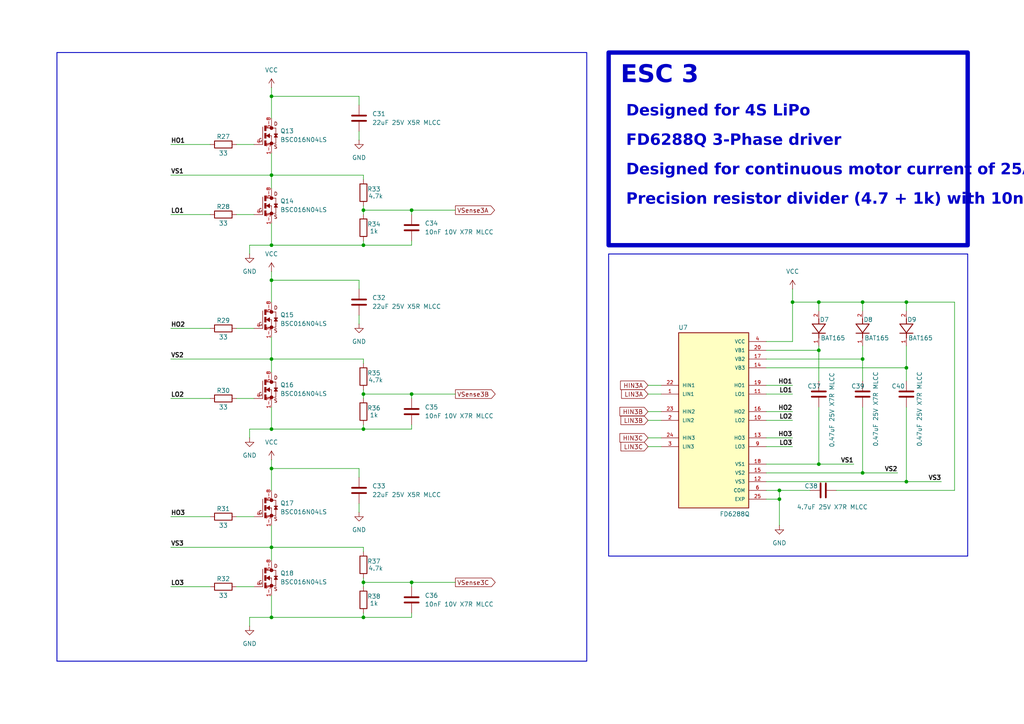
<source format=kicad_sch>
(kicad_sch (version 20250114) (generator "eeschema") (generator_version "9.0")
  (paper "A4")
  (lib_symbols
    (symbol "Device:C" (pin_numbers (hide yes)) (pin_names (offset 0.254))
      (property "Reference" "C" (at 0.635 2.54 0))
      (property "Value" "C" (at 0.635 -2.54 0))
      (symbol "C_0_1"
        (polyline (pts (xy -2.032 0.762) (xy 2.032 0.762)) (stroke (width 0.508)))
        (polyline (pts (xy -2.032 -0.762) (xy 2.032 -0.762)) (stroke (width 0.508)))
      )
      (symbol "C_1_1"
        (pin passive line (at 0 3.81 270) (length 2.794) (name "~") (number "1"))
        (pin passive line (at 0 -3.81 90) (length 2.794) (name "~") (number "2"))
      )
    )
    (symbol "Device:R" (pin_numbers (hide yes)) (pin_names (offset 0))
      (property "Reference" "R" (at 2.032 0 90))
      (property "Value" "R" (at 0 0 90))
      (symbol "R_0_1"
        (rectangle (start -1.016 -2.54) (end 1.016 2.54) (stroke (width 0.254)))
      )
      (symbol "R_1_1"
        (pin passive line (at 0 3.81 270) (length 1.27) (name "~") (number "1"))
        (pin passive line (at 0 -3.81 90) (length 1.27) (name "~") (number "2"))
      )
    )
    (symbol "Drone_components:BAT165" (pin_names (offset 1.016))
      (property "Reference" "D" (at -2.032 2.54 0))
      (property "Value" "BAT165" (at -2.544 -5.0881 0))
      (symbol "BAT165_0_0"
        (polyline (pts (xy -1.397 0) (xy -2.794 0)) (stroke (width 0.254)))
        (polyline (pts (xy -1.397 -1.905) (xy -1.397 1.905)) (stroke (width 0.254)))
        (polyline (pts (xy -1.27 0) (xy 1.27 -1.905)) (stroke (width 0.254)))
        (polyline (pts (xy 1.27 1.905) (xy -1.27 0)) (stroke (width 0.254)))
        (polyline (pts (xy 1.27 -1.905) (xy 1.27 1.905)) (stroke (width 0.254)))
        (polyline (pts (xy 1.397 0) (xy 2.794 0)) (stroke (width 0.254)))
        (pin passive line (at -5.08 0 0) (length 2.54) (name "~") (number "1"))
        (pin passive line (at 5.08 0 180) (length 2.54) (name "~") (number "2"))
      )
    )
    (symbol "Drone_components:BSC016N04LS" (pin_names (offset 1.016))
      (property "Reference" "Q" (at 2.54 0 0))
      (property "Value" "BSC016N04LS" (at 2.54 -2.54 0))
      (symbol "BSC016N04LS_0_0"
        (polyline (pts (xy -2.54 -2.54) (xy -2.54 2.54)) (stroke (width 0.1524)))
        (rectangle (start -2.032 1.397) (end -1.524 2.921) (stroke (width 0.1)) (fill (type outline)))
        (rectangle (start -2.032 -0.762) (end -1.524 0.762) (stroke (width 0.1)) (fill (type outline)))
        (rectangle (start -2.032 -2.921) (end -1.524 -1.397) (stroke (width 0.1)) (fill (type outline)))
        (polyline (pts (xy -1.5875 2.2225) (xy 0 2.2225)) (stroke (width 0.1524)))
        (polyline (pts (xy -1.5875 -2.2225) (xy 0 -2.2225)) (stroke (width 0.1524)))
        (polyline (pts (xy -1.524 0) (xy -0.508 0.635) (xy -0.508 -0.635) (xy -1.524 0)) (stroke (width 0.1016)) (fill (type outline)))
        (polyline (pts (xy -0.508 0) (xy 0 0)) (stroke (width 0.1524)))
        (polyline (pts (xy 0 2.54) (xy 0 2.2225)) (stroke (width 0.1524)))
        (circle (center 0 2.2225) (radius 0.127) (stroke (width 0.4064)))
        (polyline (pts (xy 0 2.2225) (xy 1.27 2.2225)) (stroke (width 0.1524)))
        (polyline (pts (xy 0 0) (xy 0 -2.2225)) (stroke (width 0.1524)))
        (polyline (pts (xy 0 -2.2225) (xy 0 -2.54)) (stroke (width 0.1524)))
        (circle (center 0 -2.2225) (radius 0.127) (stroke (width 0.4064)))
        (rectangle (start 0.762 0.3175) (end 1.778 0.5715) (stroke (width 0.1)) (fill (type outline)))
        (polyline (pts (xy 1.27 2.2225) (xy 1.27 -2.2225)) (stroke (width 0.1524)))
        (polyline (pts (xy 1.27 0.3175) (xy 0.762 -0.4445) (xy 1.778 -0.4445) (xy 1.27 0.3175)) (stroke (width 0.1524)) (fill (type outline)))
        (polyline (pts (xy 1.27 -2.2225) (xy 0 -2.2225)) (stroke (width 0.1524)))
        (text "G" (at -3.81 -1.905 0) (effects (font (size 1.016 1.016)) (justify left bottom)))
        (text "D" (at 0.635 2.8575 0) (effects (font (size 1.016 1.016)) (justify left bottom)))
        (text "S" (at 0.635 -3.81 0) (effects (font (size 1.016 1.016)) (justify left bottom)))
        (pin passive line (at -5.08 -2.54 0) (length 2.54) (name "~") (number "4"))
        (pin passive line (at 0 5.08 270) (length 2.54) (name "~") (number "5-8"))
        (pin passive line (at 0 -5.08 90) (length 2.54) (name "~") (number "1-3"))
      )
    )
    (symbol "Drone_components:FD6288Q" (pin_names (offset 1.016))
      (property "Reference" "U" (at -10.16 26.035 0))
      (property "Value" "FD6288Q" (at -10.16 -27.94 0))
      (symbol "FD6288Q_0_0"
        (rectangle (start -10.16 -25.4) (end 10.16 25.4) (stroke (width 0.254)) (fill (type background)))
        (pin input line (at -15.24 10.16 0) (length 5.08) (name "HIN1") (number "22"))
        (pin input line (at -15.24 7.62 0) (length 5.08) (name "LIN1") (number "1"))
        (pin input line (at -15.24 2.54 0) (length 5.08) (name "HIN2") (number "23"))
        (pin input line (at -15.24 0 0) (length 5.08) (name "LIN2") (number "2"))
        (pin input line (at -15.24 -5.08 0) (length 5.08) (name "HIN3") (number "24"))
        (pin input line (at -15.24 -7.62 0) (length 5.08) (name "LIN3") (number "3"))
        (pin power_in line (at 15.24 22.86 180) (length 5.08) (name "VCC") (number "4"))
        (pin power_in line (at 15.24 20.32 180) (length 5.08) (name "VB1") (number "20"))
        (pin power_in line (at 15.24 17.78 180) (length 5.08) (name "VB2") (number "17"))
        (pin power_in line (at 15.24 15.24 180) (length 5.08) (name "VB3") (number "14"))
        (pin output line (at 15.24 10.16 180) (length 5.08) (name "HO1") (number "19"))
        (pin output line (at 15.24 7.62 180) (length 5.08) (name "LO1") (number "11"))
        (pin output line (at 15.24 2.54 180) (length 5.08) (name "HO2") (number "16"))
        (pin output line (at 15.24 0 180) (length 5.08) (name "LO2") (number "10"))
        (pin output line (at 15.24 -5.08 180) (length 5.08) (name "HO3") (number "13"))
        (pin output line (at 15.24 -7.62 180) (length 5.08) (name "LO3") (number "9"))
        (pin power_in line (at 15.24 -12.7 180) (length 5.08) (name "VS1") (number "18"))
        (pin power_in line (at 15.24 -15.24 180) (length 5.08) (name "VS2") (number "15"))
        (pin power_in line (at 15.24 -17.78 180) (length 5.08) (name "VS3") (number "12"))
        (pin power_in line (at 15.24 -20.32 180) (length 5.08) (name "COM") (number "6"))
        (pin power_in line (at 15.24 -22.86 180) (length 5.08) (name "EXP") (number "25"))
      )
    )
    (symbol "power:GND" (power) (pin_numbers (hide yes)) (pin_names (offset 0) (hide yes))
      (property "Value" "GND" (at 0 -3.81 0))
      (symbol "GND_0_1"
        (polyline (pts (xy 0 0) (xy 0 -1.27) (xy 1.27 -1.27) (xy 0 -2.54) (xy -1.27 -1.27) (xy 0 -1.27)))
      )
      (symbol "GND_1_1"
        (pin power_in line (at 0 0 270) (length 0) (name "~") (number "1"))
      )
    )
    (symbol "power:VCC" (power) (pin_numbers (hide yes)) (pin_names (offset 0) (hide yes))
      (property "Value" "VCC" (at 0 3.556 0))
      (symbol "VCC_0_1"
        (polyline (pts (xy -0.762 1.27) (xy 0 2.54)))
        (polyline (pts (xy 0 2.54) (xy 0.762 1.27)))
        (polyline (pts (xy 0 0) (xy 0 2.54)))
      )
      (symbol "VCC_1_1"
        (pin power_in line (at 0 0 90) (length 0) (name "~") (number "1"))
      )
    )
  )
  (rectangle (start 176.53 73.66) (end 280.67 161.29) (stroke (width 0.254)))
  (rectangle (start 176.53 15.24) (end 280.67 71.12) (stroke (width 1.27)))
  (rectangle (start 16.51 15.24) (end 170.18 191.77) (stroke (width 0.254)))
  (text_box "ESC 3\n_{ Designed for 4S LiPo}\n_{ FD6288Q 3-Phase driver}\n_{ Designed for continuous motor current of 25A ( 30A max )}\n_{ Precision resistor divider (4.7 + 1k) with 10nF filter}" (at 179.07 17.78 0) (size 95.25 48.26) (margins 0.9525 0.9525 0.9525 0.9525) (stroke (width -0.0001)) (effects (font (size 5.08 5.08) (bold yes)) (justify left top)))
  (junction (at 78.74 50.8))
  (junction (at 237.49 134.62))
  (junction (at 262.89 106.68))
  (junction (at 78.74 124.46))
  (junction (at 105.41 168.91))
  (junction (at 229.87 87.63))
  (junction (at 78.74 135.89))
  (junction (at 262.89 139.7))
  (junction (at 250.19 87.63))
  (junction (at 78.74 27.94))
  (junction (at 78.74 71.12))
  (junction (at 78.74 81.28))
  (junction (at 105.41 179.07))
  (junction (at 226.06 144.78))
  (junction (at 250.19 104.14))
  (junction (at 262.89 87.63))
  (junction (at 78.74 158.75))
  (junction (at 105.41 60.96))
  (junction (at 78.74 179.07))
  (junction (at 105.41 71.12))
  (junction (at 226.06 142.24))
  (junction (at 237.49 87.63))
  (junction (at 237.49 101.6))
  (junction (at 119.38 114.3))
  (junction (at 119.38 168.91))
  (junction (at 105.41 114.3))
  (junction (at 119.38 60.96))
  (junction (at 105.41 124.46))
  (junction (at 78.74 104.14))
  (junction (at 250.19 137.16))
  (wire (pts (xy 119.38 124.46) (xy 105.41 124.46)))
  (wire (pts (xy 187.96 127) (xy 191.77 127)))
  (wire (pts (xy 250.19 118.11) (xy 250.19 137.16)))
  (wire (pts (xy 78.74 50.8) (xy 105.41 50.8)))
  (wire (pts (xy 187.96 129.54) (xy 191.77 129.54)))
  (wire (pts (xy 119.38 177.8) (xy 119.38 179.07)))
  (wire (pts (xy 119.38 71.12) (xy 105.41 71.12)))
  (wire (pts (xy 250.19 137.16) (xy 260.35 137.16)))
  (wire (pts (xy 276.86 87.63) (xy 276.86 142.24)))
  (wire (pts (xy 72.39 71.12) (xy 78.74 71.12)))
  (wire (pts (xy 119.38 69.85) (xy 119.38 71.12)))
  (wire (pts (xy 119.38 168.91) (xy 132.08 168.91)))
  (wire (pts (xy 68.58 149.86) (xy 73.66 149.86)))
  (wire (pts (xy 49.53 95.25) (xy 60.96 95.25)))
  (wire (pts (xy 105.41 123.19) (xy 105.41 124.46)))
  (wire (pts (xy 237.49 134.62) (xy 237.49 118.11)))
  (wire (pts (xy 250.19 104.14) (xy 250.19 110.49)))
  (wire (pts (xy 78.74 133.35) (xy 78.74 135.89)))
  (wire (pts (xy 119.38 179.07) (xy 105.41 179.07)))
  (wire (pts (xy 262.89 118.11) (xy 262.89 139.7)))
  (wire (pts (xy 119.38 114.3) (xy 132.08 114.3)))
  (wire (pts (xy 72.39 124.46) (xy 78.74 124.46)))
  (wire (pts (xy 222.25 134.62) (xy 237.49 134.62)))
  (wire (pts (xy 222.25 99.06) (xy 229.87 99.06)))
  (wire (pts (xy 78.74 104.14) (xy 105.41 104.14)))
  (wire (pts (xy 229.87 87.63) (xy 229.87 99.06)))
  (wire (pts (xy 78.74 158.75) (xy 78.74 152.4)))
  (wire (pts (xy 187.96 121.92) (xy 191.77 121.92)))
  (wire (pts (xy 104.14 91.44) (xy 104.14 93.98)))
  (wire (pts (xy 250.19 137.16) (xy 222.25 137.16)))
  (wire (pts (xy 222.25 104.14) (xy 250.19 104.14)))
  (wire (pts (xy 78.74 104.14) (xy 78.74 97.79)))
  (wire (pts (xy 49.53 158.75) (xy 78.74 158.75)))
  (wire (pts (xy 104.14 138.43) (xy 104.14 135.89)))
  (wire (pts (xy 262.89 106.68) (xy 262.89 110.49)))
  (wire (pts (xy 78.74 135.89) (xy 104.14 135.89)))
  (wire (pts (xy 237.49 100.33) (xy 237.49 101.6)))
  (wire (pts (xy 78.74 50.8) (xy 78.74 54.61)))
  (wire (pts (xy 105.41 114.3) (xy 119.38 114.3)))
  (wire (pts (xy 226.06 142.24) (xy 226.06 144.78)))
  (wire (pts (xy 119.38 60.96) (xy 132.08 60.96)))
  (wire (pts (xy 262.89 90.17) (xy 262.89 87.63)))
  (wire (pts (xy 105.41 69.85) (xy 105.41 71.12)))
  (wire (pts (xy 222.25 121.92) (xy 229.87 121.92)))
  (wire (pts (xy 105.41 60.96) (xy 105.41 62.23)))
  (wire (pts (xy 49.53 41.91) (xy 60.96 41.91)))
  (wire (pts (xy 222.25 129.54) (xy 229.87 129.54)))
  (wire (pts (xy 276.86 142.24) (xy 242.57 142.24)))
  (wire (pts (xy 119.38 62.23) (xy 119.38 60.96)))
  (wire (pts (xy 78.74 124.46) (xy 78.74 118.11)))
  (wire (pts (xy 262.89 87.63) (xy 250.19 87.63)))
  (wire (pts (xy 187.96 119.38) (xy 191.77 119.38)))
  (wire (pts (xy 49.53 115.57) (xy 60.96 115.57)))
  (wire (pts (xy 104.14 30.48) (xy 104.14 27.94)))
  (wire (pts (xy 105.41 168.91) (xy 105.41 170.18)))
  (wire (pts (xy 119.38 170.18) (xy 119.38 168.91)))
  (wire (pts (xy 68.58 62.23) (xy 73.66 62.23)))
  (wire (pts (xy 105.41 113.03) (xy 105.41 114.3)))
  (wire (pts (xy 250.19 87.63) (xy 237.49 87.63)))
  (wire (pts (xy 237.49 90.17) (xy 237.49 87.63)))
  (wire (pts (xy 78.74 81.28) (xy 104.14 81.28)))
  (wire (pts (xy 49.53 62.23) (xy 60.96 62.23)))
  (wire (pts (xy 226.06 144.78) (xy 222.25 144.78)))
  (wire (pts (xy 262.89 139.7) (xy 273.05 139.7)))
  (wire (pts (xy 237.49 101.6) (xy 237.49 110.49)))
  (wire (pts (xy 105.41 158.75) (xy 105.41 160.02)))
  (wire (pts (xy 222.25 119.38) (xy 229.87 119.38)))
  (wire (pts (xy 105.41 60.96) (xy 119.38 60.96)))
  (wire (pts (xy 104.14 83.82) (xy 104.14 81.28)))
  (wire (pts (xy 105.41 168.91) (xy 119.38 168.91)))
  (wire (pts (xy 68.58 170.18) (xy 73.66 170.18)))
  (wire (pts (xy 105.41 71.12) (xy 78.74 71.12)))
  (wire (pts (xy 78.74 27.94) (xy 104.14 27.94)))
  (wire (pts (xy 119.38 115.57) (xy 119.38 114.3)))
  (wire (pts (xy 104.14 146.05) (xy 104.14 148.59)))
  (wire (pts (xy 250.19 104.14) (xy 250.19 100.33)))
  (wire (pts (xy 222.25 106.68) (xy 262.89 106.68)))
  (wire (pts (xy 78.74 104.14) (xy 78.74 107.95)))
  (wire (pts (xy 105.41 104.14) (xy 105.41 105.41)))
  (wire (pts (xy 49.53 104.14) (xy 78.74 104.14)))
  (wire (pts (xy 78.74 81.28) (xy 78.74 87.63)))
  (wire (pts (xy 68.58 95.25) (xy 73.66 95.25)))
  (wire (pts (xy 105.41 114.3) (xy 105.41 115.57)))
  (wire (pts (xy 49.53 149.86) (xy 60.96 149.86)))
  (wire (pts (xy 262.89 106.68) (xy 262.89 100.33)))
  (wire (pts (xy 104.14 38.1) (xy 104.14 40.64)))
  (wire (pts (xy 78.74 158.75) (xy 78.74 162.56)))
  (wire (pts (xy 72.39 179.07) (xy 78.74 179.07)))
  (wire (pts (xy 229.87 83.82) (xy 229.87 87.63)))
  (wire (pts (xy 262.89 87.63) (xy 276.86 87.63)))
  (wire (pts (xy 105.41 59.69) (xy 105.41 60.96)))
  (wire (pts (xy 72.39 181.61) (xy 72.39 179.07)))
  (wire (pts (xy 78.74 44.45) (xy 78.74 50.8)))
  (wire (pts (xy 229.87 87.63) (xy 237.49 87.63)))
  (wire (pts (xy 78.74 179.07) (xy 78.74 172.72)))
  (wire (pts (xy 187.96 111.76) (xy 191.77 111.76)))
  (wire (pts (xy 78.74 71.12) (xy 78.74 64.77)))
  (wire (pts (xy 78.74 135.89) (xy 78.74 142.24)))
  (wire (pts (xy 78.74 25.4) (xy 78.74 27.94)))
  (wire (pts (xy 68.58 115.57) (xy 73.66 115.57)))
  (wire (pts (xy 237.49 134.62) (xy 247.65 134.62)))
  (wire (pts (xy 119.38 123.19) (xy 119.38 124.46)))
  (wire (pts (xy 222.25 114.3) (xy 229.87 114.3)))
  (wire (pts (xy 72.39 127) (xy 72.39 124.46)))
  (wire (pts (xy 78.74 78.74) (xy 78.74 81.28)))
  (wire (pts (xy 105.41 177.8) (xy 105.41 179.07)))
  (wire (pts (xy 234.95 142.24) (xy 226.06 142.24)))
  (wire (pts (xy 222.25 101.6) (xy 237.49 101.6)))
  (wire (pts (xy 105.41 179.07) (xy 78.74 179.07)))
  (wire (pts (xy 105.41 124.46) (xy 78.74 124.46)))
  (wire (pts (xy 262.89 139.7) (xy 222.25 139.7)))
  (wire (pts (xy 226.06 142.24) (xy 222.25 142.24)))
  (wire (pts (xy 105.41 50.8) (xy 105.41 52.07)))
  (wire (pts (xy 78.74 27.94) (xy 78.74 34.29)))
  (wire (pts (xy 68.58 41.91) (xy 73.66 41.91)))
  (wire (pts (xy 72.39 73.66) (xy 72.39 71.12)))
  (wire (pts (xy 49.53 170.18) (xy 60.96 170.18)))
  (wire (pts (xy 78.74 158.75) (xy 105.41 158.75)))
  (wire (pts (xy 222.25 111.76) (xy 229.87 111.76)))
  (wire (pts (xy 187.96 114.3) (xy 191.77 114.3)))
  (wire (pts (xy 49.53 50.8) (xy 78.74 50.8)))
  (wire (pts (xy 222.25 127) (xy 229.87 127)))
  (wire (pts (xy 105.41 167.64) (xy 105.41 168.91)))
  (wire (pts (xy 250.19 90.17) (xy 250.19 87.63)))
  (wire (pts (xy 226.06 152.4) (xy 226.06 144.78)))
  (label "VS3" (at 49.53 158.75 0) (effects (font (thickness 0.254) (bold yes))))
  (label "LO2" (at 229.87 121.92 180) (effects (font (thickness 0.254) (bold yes))))
  (label "HO2" (at 229.87 119.38 180) (effects (font (thickness 0.254) (bold yes))))
  (label "HO3" (at 229.87 127 180) (effects (font (thickness 0.254) (bold yes))))
  (label "VS2" (at 260.35 137.16 180) (effects (font (thickness 0.254) (bold yes))))
  (label "VS1" (at 49.53 50.8 0) (effects (font (thickness 0.254) (bold yes))))
  (label "LO1" (at 49.53 62.23 0) (effects (font (thickness 0.254) (bold yes))))
  (label "HO2" (at 49.53 95.25 0) (effects (font (thickness 0.254) (bold yes))))
  (label "LO1" (at 229.87 114.3 180) (effects (font (thickness 0.254) (bold yes))))
  (label "VS3" (at 273.05 139.7 180) (effects (font (thickness 0.254) (bold yes))))
  (label "HO3" (at 49.53 149.86 0) (effects (font (thickness 0.254) (bold yes))))
  (label "LO3" (at 229.87 129.54 180) (effects (font (thickness 0.254) (bold yes))))
  (label "HO1" (at 229.87 111.76 180) (effects (font (thickness 0.254) (bold yes))))
  (label "HO1" (at 49.53 41.91 0) (effects (font (thickness 0.254) (bold yes))))
  (label "VS1" (at 247.65 134.62 180) (effects (font (thickness 0.254) (bold yes))))
  (label "LO2" (at 49.53 115.57 0) (effects (font (thickness 0.254) (bold yes))))
  (label "VS2" (at 49.53 104.14 0) (effects (font (thickness 0.254) (bold yes))))
  (label "LO3" (at 49.53 170.18 0) (effects (font (thickness 0.254) (bold yes))))
  (global_label "LIN3C" (shape input) (at 187.96 129.54 180) (property "Intersheetrefs" "${INTERSHEET_REFS}" (effects (hide yes))))
  (global_label "LIN3B" (shape input) (at 187.96 121.92 180) (property "Intersheetrefs" "${INTERSHEET_REFS}" (effects (hide yes))))
  (global_label "VSense3C" (shape output) (at 132.08 168.91 0) (property "Intersheetrefs" "${INTERSHEET_REFS}" (effects (hide yes))))
  (global_label "VSense3B" (shape output) (at 132.08 114.3 0) (property "Intersheetrefs" "${INTERSHEET_REFS}" (effects (hide yes))))
  (global_label "HIN3C" (shape input) (at 187.96 127 180) (property "Intersheetrefs" "${INTERSHEET_REFS}" (effects (hide yes))))
  (global_label "VSense3A" (shape output) (at 132.08 60.96 0) (property "Intersheetrefs" "${INTERSHEET_REFS}" (effects (hide yes))))
  (global_label "LIN3A" (shape input) (at 187.96 114.3 180) (property "Intersheetrefs" "${INTERSHEET_REFS}" (effects (hide yes))))
  (global_label "HIN3B" (shape input) (at 187.96 119.38 180) (property "Intersheetrefs" "${INTERSHEET_REFS}" (effects (hide yes))))
  (global_label "HIN3A" (shape input) (at 187.96 111.76 180) (property "Intersheetrefs" "${INTERSHEET_REFS}" (effects (hide yes))))
  (symbol (lib_id "Drone_components:BSC016N04LS") (at 78.74 59.69 0) (unit 1)
    (property "Reference" "Q14" (at 81.28 58.3164 0) (effects (justify left)))
    (property "Value" "BSC016N04LS" (at 81.28 60.8564 0) (effects (justify left)))
    (property "Footprint" "Drone_components:BSC016N04LS" (effects (hide yes)))
    (property "Datasheet" "https://www.lcsc.com/datasheet/C534294.pdf" (effects (hide yes)))
    (property "MF" "Infineon" (effects (hide yes)))
    (property "Description_1" "N-Channel 40 V 31A (Ta), 100A (Tc) 2.5W (Ta), 139W (Tc) Surface Mount PG-TDSON-8-1" (effects (hide yes)))
    (property "Package" "None" (effects (hide yes)))
    (property "Price" "None" (effects (hide yes)))
    (property "SnapEDA_Link" "https://www.snapeda.com/parts/BSC016N04LS/Infineon/view-part/?ref=snap" (effects (hide yes)))
    (property "MP" "BSC016N04LS" (effects (hide yes)))
    (property "Availability" "In Stock" (effects (hide yes)))
    (property "Check_prices" "https://www.snapeda.com/parts/BSC016N04LS/Infineon/view-part/?ref=eda" (effects (hide yes)))
    (property "JLCPCB part" "C534294" (effects (hide yes)))
  )
  (symbol (lib_id "power:GND") (at 104.14 93.98 0) (unit 1)
    (property "Reference" "#PWR049" (effects (hide yes)))
    (property "Value" "GND" (at 104.14 99.06 0))
    (property "Description" "Power symbol creates a global label with name \"GND\" , ground" (effects (hide yes)))
  )
  (symbol (lib_id "Drone_components:BAT165") (at 250.19 95.25 90) (unit 1)
    (property "Reference" "D8" (at 250.444 92.71 90) (effects (justify right)))
    (property "Value" "BAT165" (at 250.698 98.044 90) (effects (justify right)))
    (property "Footprint" "Drone_components:BAT165" (effects (hide yes)))
    (property "Datasheet" "https://www.lcsc.com/datasheet/C151511.pdf" (effects (hide yes)))
    (property "MANUFACTURER" "Fairchild Semiconductor" (effects (hide yes)))
    (property "JLCPCB part" "C151511" (effects (hide yes)))
  )
  (symbol (lib_id "Device:C") (at 250.19 114.3 0) (unit 1)
    (property "Reference" "C39" (at 246.888 112.014 0) (effects (justify left)))
    (property "Value" "0.47uF 25V X7R MLCC" (at 254 129.54 90) (effects (justify left)))
    (property "Footprint" "Capacitor_SMD:C_0603_1608Metric" (effects (hide yes)))
    (property "Datasheet" "https://lcsc.com/datasheet/lcsc_datasheet_2304140030_Samsung-Electro-Mechanics-CL32B226KAJNNNE_C309062.pdf" (effects (hide yes)))
    (property "Description" "Unpolarized capacitor" (effects (hide yes)))
    (property "JLCPCB part" "C1623 " (effects (hide yes)))
  )
  (symbol (lib_id "power:GND") (at 226.06 152.4 0) (unit 1)
    (property "Reference" "#PWR051" (effects (hide yes)))
    (property "Value" "GND" (at 226.06 157.48 0))
    (property "Description" "Power symbol creates a global label with name \"GND\" , ground" (effects (hide yes)))
  )
  (symbol (lib_id "Device:C") (at 262.89 114.3 0) (unit 1)
    (property "Reference" "C40" (at 258.572 112.014 0) (effects (justify left)))
    (property "Value" "0.47uF 25V X7R MLCC" (at 266.7 129.54 90) (effects (justify left)))
    (property "Footprint" "Capacitor_SMD:C_0603_1608Metric" (effects (hide yes)))
    (property "Datasheet" "https://lcsc.com/datasheet/lcsc_datasheet_2304140030_Samsung-Electro-Mechanics-CL32B226KAJNNNE_C309062.pdf" (effects (hide yes)))
    (property "Description" "Unpolarized capacitor" (effects (hide yes)))
    (property "JLCPCB part" "C1623" (effects (hide yes)))
  )
  (symbol (lib_id "Drone_components:BSC016N04LS") (at 78.74 167.64 0) (unit 1)
    (property "Reference" "Q18" (at 81.28 166.2664 0) (effects (justify left)))
    (property "Value" "BSC016N04LS" (at 81.28 168.8064 0) (effects (justify left)))
    (property "Footprint" "Drone_components:BSC016N04LS" (effects (hide yes)))
    (property "Datasheet" "https://www.lcsc.com/datasheet/C534294.pdf" (effects (hide yes)))
    (property "MF" "Infineon" (effects (hide yes)))
    (property "Description_1" "N-Channel 40 V 31A (Ta), 100A (Tc) 2.5W (Ta), 139W (Tc) Surface Mount PG-TDSON-8-1" (effects (hide yes)))
    (property "Package" "None" (effects (hide yes)))
    (property "Price" "None" (effects (hide yes)))
    (property "SnapEDA_Link" "https://www.snapeda.com/parts/BSC016N04LS/Infineon/view-part/?ref=snap" (effects (hide yes)))
    (property "MP" "BSC016N04LS" (effects (hide yes)))
    (property "Availability" "In Stock" (effects (hide yes)))
    (property "Check_prices" "https://www.snapeda.com/parts/BSC016N04LS/Infineon/view-part/?ref=eda" (effects (hide yes)))
    (property "JLCPCB part" "C534294" (effects (hide yes)))
  )
  (symbol (lib_id "Device:R") (at 64.77 149.86 90) (unit 1)
    (property "Reference" "R31" (at 64.77 147.574 90))
    (property "Value" "33" (at 64.77 152.4 90))
    (property "Footprint" "Resistor_SMD:R_0402_1005Metric" (effects (hide yes)))
    (property "Description" "Resistor" (effects (hide yes)))
    (property "JLCPCB part" "C25105" (effects (hide yes)))
  )
  (symbol (lib_id "Device:R") (at 64.77 115.57 90) (unit 1)
    (property "Reference" "R30" (at 64.77 113.284 90))
    (property "Value" "33" (at 64.77 118.11 90))
    (property "Footprint" "Resistor_SMD:R_0402_1005Metric" (effects (hide yes)))
    (property "Description" "Resistor" (effects (hide yes)))
    (property "JLCPCB part" "C25105" (effects (hide yes)))
  )
  (symbol (lib_id "power:VCC") (at 229.87 83.82 0) (unit 1)
    (property "Reference" "#PWR052" (effects (hide yes)))
    (property "Value" "VCC" (at 229.87 78.74 0))
    (property "Description" "Power symbol creates a global label with name \"VCC\"" (effects (hide yes)))
  )
  (symbol (lib_id "Drone_components:FD6288Q") (at 207.01 121.92 0) (unit 1)
    (property "Reference" "U7" (at 198.12 94.996 0))
    (property "Value" "FD6288Q" (at 213.106 149.098 0))
    (property "Footprint" "Drone_components:FD6288Q" (effects (hide yes)))
    (property "MF" "Fortior Tech" (effects (hide yes)))
    (property "Description_1" "MOS Drivers QFN-24" (effects (hide yes)))
    (property "Package" "Package" (effects (hide yes)))
    (property "Price" "None" (effects (hide yes)))
    (property "Check_prices" "https://www.snapeda.com/parts/FD6288Q/Fortior+Tech/view-part/?ref=eda" (effects (hide yes)))
    (property "STANDARD" "IPC-7351B" (effects (hide yes)))
    (property "SnapEDA_Link" "https://www.snapeda.com/parts/FD6288Q/Fortior+Tech/view-part/?ref=snap" (effects (hide yes)))
    (property "MP" "FD6288Q" (effects (hide yes)))
    (property "Availability" "Not in stock" (effects (hide yes)))
    (property "MANUFACTURER" "Fortior Tech" (effects (hide yes)))
    (property "JLCPCB part" "C328453" (effects (hide yes)))
  )
  (symbol (lib_id "Device:C") (at 237.49 114.3 0) (unit 1)
    (property "Reference" "C37" (at 234.188 112.014 0) (effects (justify left)))
    (property "Value" "0.47uF 25V X7R MLCC" (at 241.3 129.794 90) (effects (justify left)))
    (property "Footprint" "Capacitor_SMD:C_0603_1608Metric" (effects (hide yes)))
    (property "Datasheet" "https://lcsc.com/datasheet/lcsc_datasheet_2304140030_Samsung-Electro-Mechanics-CL32B226KAJNNNE_C309062.pdf" (effects (hide yes)))
    (property "Description" "Unpolarized capacitor" (effects (hide yes)))
    (property "JLCPCB part" "C1623 " (effects (hide yes)))
  )
  (symbol (lib_id "Drone_components:BSC016N04LS") (at 78.74 39.37 0) (unit 1)
    (property "Reference" "Q13" (at 81.28 37.9964 0) (effects (justify left)))
    (property "Value" "BSC016N04LS" (at 81.28 40.5364 0) (effects (justify left)))
    (property "Footprint" "Drone_components:BSC016N04LS" (effects (hide yes)))
    (property "Datasheet" "https://www.lcsc.com/datasheet/C534294.pdf" (effects (hide yes)))
    (property "MF" "Infineon" (effects (hide yes)))
    (property "Description_1" "N-Channel 40 V 31A (Ta), 100A (Tc) 2.5W (Ta), 139W (Tc) Surface Mount PG-TDSON-8-1" (effects (hide yes)))
    (property "Package" "None" (effects (hide yes)))
    (property "Price" "None" (effects (hide yes)))
    (property "SnapEDA_Link" "https://www.snapeda.com/parts/BSC016N04LS/Infineon/view-part/?ref=snap" (effects (hide yes)))
    (property "MP" "BSC016N04LS" (effects (hide yes)))
    (property "Availability" "In Stock" (effects (hide yes)))
    (property "Check_prices" "https://www.snapeda.com/parts/BSC016N04LS/Infineon/view-part/?ref=eda" (effects (hide yes)))
    (property "JLCPCB part" "C534294" (effects (hide yes)))
  )
  (symbol (lib_id "Device:C") (at 119.38 173.99 0) (unit 1)
    (property "Reference" "C36" (at 123.19 172.7199 0) (effects (justify left)))
    (property "Value" "10nF 10V X7R MLCC" (at 123.19 175.2599 0) (effects (justify left)))
    (property "Footprint" "Capacitor_SMD:C_0402_1005Metric" (effects (hide yes)))
    (property "Description" "Unpolarized capacitor" (effects (hide yes)))
    (property "JLCPCB part" "C15195" (effects (hide yes)))
  )
  (symbol (lib_id "power:VCC") (at 78.74 133.35 0) (unit 1)
    (property "Reference" "#PWR047" (effects (hide yes)))
    (property "Value" "VCC" (at 78.74 128.27 0))
    (property "Description" "Power symbol creates a global label with name \"VCC\"" (effects (hide yes)))
  )
  (symbol (lib_id "Device:R") (at 105.41 55.88 180) (unit 1)
    (property "Reference" "R33" (at 108.458 54.864 0))
    (property "Value" "4.7k" (at 108.966 56.896 0))
    (property "Footprint" "Resistor_SMD:R_0402_1005Metric" (effects (hide yes)))
    (property "Description" "Resistor" (effects (hide yes)))
    (property "JLCPCB part" "C25900" (effects (hide yes)))
  )
  (symbol (lib_id "Drone_components:BSC016N04LS") (at 78.74 147.32 0) (unit 1)
    (property "Reference" "Q17" (at 81.28 145.9464 0) (effects (justify left)))
    (property "Value" "BSC016N04LS" (at 81.28 148.4864 0) (effects (justify left)))
    (property "Footprint" "Drone_components:BSC016N04LS" (effects (hide yes)))
    (property "Datasheet" "https://www.lcsc.com/datasheet/C534294.pdf" (effects (hide yes)))
    (property "MF" "Infineon" (effects (hide yes)))
    (property "Description_1" "N-Channel 40 V 31A (Ta), 100A (Tc) 2.5W (Ta), 139W (Tc) Surface Mount PG-TDSON-8-1" (effects (hide yes)))
    (property "Package" "None" (effects (hide yes)))
    (property "Price" "None" (effects (hide yes)))
    (property "SnapEDA_Link" "https://www.snapeda.com/parts/BSC016N04LS/Infineon/view-part/?ref=snap" (effects (hide yes)))
    (property "MP" "BSC016N04LS" (effects (hide yes)))
    (property "Availability" "In Stock" (effects (hide yes)))
    (property "Check_prices" "https://www.snapeda.com/parts/BSC016N04LS/Infineon/view-part/?ref=eda" (effects (hide yes)))
    (property "JLCPCB part" "C534294" (effects (hide yes)))
  )
  (symbol (lib_id "Device:C") (at 104.14 34.29 0) (unit 1)
    (property "Reference" "C31" (at 107.95 33.0199 0) (effects (justify left)))
    (property "Value" "22uF 25V X5R MLCC" (at 107.95 35.5599 0) (effects (justify left)))
    (property "Footprint" "Capacitor_SMD:C_1210_3225Metric" (effects (hide yes)))
    (property "Description" "Unpolarized capacitor" (effects (hide yes)))
    (property "JLCPCB part" "C12891" (effects (hide yes)))
  )
  (symbol (lib_id "power:GND") (at 72.39 181.61 0) (unit 1)
    (property "Reference" "#PWR044" (effects (hide yes)))
    (property "Value" "GND" (at 72.39 186.69 0))
    (property "Description" "Power symbol creates a global label with name \"GND\" , ground" (effects (hide yes)))
  )
  (symbol (lib_id "Device:R") (at 64.77 170.18 90) (unit 1)
    (property "Reference" "R32" (at 64.77 167.894 90))
    (property "Value" "33" (at 64.77 172.72 90))
    (property "Footprint" "Resistor_SMD:R_0402_1005Metric" (effects (hide yes)))
    (property "Description" "Resistor" (effects (hide yes)))
    (property "JLCPCB part" "C25105" (effects (hide yes)))
  )
  (symbol (lib_id "Drone_components:BAT165") (at 237.49 95.25 90) (unit 1)
    (property "Reference" "D7" (at 237.744 92.71 90) (effects (justify right)))
    (property "Value" "BAT165" (at 237.998 98.044 90) (effects (justify right)))
    (property "Footprint" "Drone_components:BAT165" (effects (hide yes)))
    (property "Datasheet" "https://www.lcsc.com/datasheet/C151511.pdf" (effects (hide yes)))
    (property "MANUFACTURER" "Fairchild Semiconductor" (effects (hide yes)))
    (property "JLCPCB part" "C151511" (effects (hide yes)))
  )
  (symbol (lib_id "Device:C") (at 119.38 119.38 0) (unit 1)
    (property "Reference" "C35" (at 123.19 118.1099 0) (effects (justify left)))
    (property "Value" "10nF 10V X7R MLCC" (at 123.19 120.6499 0) (effects (justify left)))
    (property "Footprint" "Capacitor_SMD:C_0402_1005Metric" (effects (hide yes)))
    (property "Description" "Unpolarized capacitor" (effects (hide yes)))
    (property "JLCPCB part" "C15195" (effects (hide yes)))
  )
  (symbol (lib_id "power:VCC") (at 78.74 78.74 0) (unit 1)
    (property "Reference" "#PWR046" (effects (hide yes)))
    (property "Value" "VCC" (at 78.74 73.66 0))
    (property "Description" "Power symbol creates a global label with name \"VCC\"" (effects (hide yes)))
  )
  (symbol (lib_id "Device:R") (at 105.41 109.22 180) (unit 1)
    (property "Reference" "R35" (at 108.458 108.204 0))
    (property "Value" "4.7k" (at 108.966 110.236 0))
    (property "Footprint" "Resistor_SMD:R_0402_1005Metric" (effects (hide yes)))
    (property "Description" "Resistor" (effects (hide yes)))
    (property "JLCPCB part" "C25900" (effects (hide yes)))
  )
  (symbol (lib_id "Drone_components:BAT165") (at 262.89 95.25 90) (unit 1)
    (property "Reference" "D9" (at 263.144 92.71 90) (effects (justify right)))
    (property "Value" "BAT165" (at 263.398 98.044 90) (effects (justify right)))
    (property "Footprint" "Drone_components:BAT165" (effects (hide yes)))
    (property "Datasheet" "https://www.lcsc.com/datasheet/C151511.pdf" (effects (hide yes)))
    (property "MANUFACTURER" "Fairchild Semiconductor" (effects (hide yes)))
    (property "JLCPCB part" "C151511" (effects (hide yes)))
  )
  (symbol (lib_id "Device:R") (at 105.41 173.99 180) (unit 1)
    (property "Reference" "R38" (at 108.458 172.974 0))
    (property "Value" "1k" (at 108.458 175.006 0))
    (property "Footprint" "Resistor_SMD:R_0402_1005Metric" (effects (hide yes)))
    (property "Description" "Resistor" (effects (hide yes)))
    (property "JLCPCB part" "C11702" (effects (hide yes)))
  )
  (symbol (lib_id "Device:C") (at 104.14 87.63 0) (unit 1)
    (property "Reference" "C32" (at 107.95 86.3599 0) (effects (justify left)))
    (property "Value" "22uF 25V X5R MLCC" (at 107.95 88.8999 0) (effects (justify left)))
    (property "Footprint" "Capacitor_SMD:C_1210_3225Metric" (effects (hide yes)))
    (property "Description" "Unpolarized capacitor" (effects (hide yes)))
    (property "JLCPCB part" "C12891" (effects (hide yes)))
  )
  (symbol (lib_id "power:GND") (at 104.14 148.59 0) (unit 1)
    (property "Reference" "#PWR050" (effects (hide yes)))
    (property "Value" "GND" (at 104.14 153.67 0))
    (property "Description" "Power symbol creates a global label with name \"GND\" , ground" (effects (hide yes)))
  )
  (symbol (lib_id "Device:C") (at 119.38 66.04 0) (unit 1)
    (property "Reference" "C34" (at 123.19 64.7699 0) (effects (justify left)))
    (property "Value" "10nF 10V X7R MLCC" (at 123.19 67.3099 0) (effects (justify left)))
    (property "Footprint" "Capacitor_SMD:C_0402_1005Metric" (effects (hide yes)))
    (property "Description" "Unpolarized capacitor" (effects (hide yes)))
    (property "JLCPCB part" "C15195" (effects (hide yes)))
  )
  (symbol (lib_id "power:GND") (at 72.39 73.66 0) (unit 1)
    (property "Reference" "#PWR042" (effects (hide yes)))
    (property "Value" "GND" (at 72.39 78.74 0))
    (property "Description" "Power symbol creates a global label with name \"GND\" , ground" (effects (hide yes)))
  )
  (symbol (lib_id "Device:C") (at 238.76 142.24 90) (unit 1)
    (property "Reference" "C38" (at 237.236 140.97 90) (effects (justify left)))
    (property "Value" "4.7uF 25V X7R MLCC" (at 251.714 147.066 90) (effects (justify left)))
    (property "Footprint" "Capacitor_SMD:C_1206_3216Metric" (effects (hide yes)))
    (property "Datasheet" "https://lcsc.com/datasheet/lcsc_datasheet_2304140030_Samsung-Electro-Mechanics-CL32B226KAJNNNE_C309062.pdf" (effects (hide yes)))
    (property "Description" "Unpolarized capacitor" (effects (hide yes)))
    (property "JLCPCB part" "C29823" (effects (hide yes)))
  )
  (symbol (lib_id "power:GND") (at 104.14 40.64 0) (unit 1)
    (property "Reference" "#PWR048" (effects (hide yes)))
    (property "Value" "GND" (at 104.14 45.72 0))
    (property "Description" "Power symbol creates a global label with name \"GND\" , ground" (effects (hide yes)))
  )
  (symbol (lib_id "Device:R") (at 105.41 66.04 180) (unit 1)
    (property "Reference" "R34" (at 108.458 65.024 0))
    (property "Value" "1k" (at 108.458 67.056 0))
    (property "Footprint" "Resistor_SMD:R_0402_1005Metric" (effects (hide yes)))
    (property "Description" "Resistor" (effects (hide yes)))
    (property "JLCPCB part" "C11702" (effects (hide yes)))
  )
  (symbol (lib_id "Device:R") (at 64.77 62.23 90) (unit 1)
    (property "Reference" "R28" (at 64.77 59.944 90))
    (property "Value" "33" (at 64.77 64.77 90))
    (property "Footprint" "Resistor_SMD:R_0402_1005Metric" (effects (hide yes)))
    (property "Description" "Resistor" (effects (hide yes)))
    (property "JLCPCB part" "C25105" (effects (hide yes)))
  )
  (symbol (lib_id "Device:R") (at 105.41 119.38 180) (unit 1)
    (property "Reference" "R36" (at 108.458 118.364 0))
    (property "Value" "1k" (at 108.458 120.396 0))
    (property "Footprint" "Resistor_SMD:R_0402_1005Metric" (effects (hide yes)))
    (property "Description" "Resistor" (effects (hide yes)))
    (property "JLCPCB part" "C11702" (effects (hide yes)))
  )
  (symbol (lib_id "power:VCC") (at 78.74 25.4 0) (unit 1)
    (property "Reference" "#PWR045" (effects (hide yes)))
    (property "Value" "VCC" (at 78.74 20.32 0))
    (property "Description" "Power symbol creates a global label with name \"VCC\"" (effects (hide yes)))
  )
  (symbol (lib_id "power:GND") (at 72.39 127 0) (unit 1)
    (property "Reference" "#PWR043" (effects (hide yes)))
    (property "Value" "GND" (at 72.39 132.08 0))
    (property "Description" "Power symbol creates a global label with name \"GND\" , ground" (effects (hide yes)))
  )
  (symbol (lib_id "Drone_components:BSC016N04LS") (at 78.74 113.03 0) (unit 1)
    (property "Reference" "Q16" (at 81.28 111.6564 0) (effects (justify left)))
    (property "Value" "BSC016N04LS" (at 81.28 114.1964 0) (effects (justify left)))
    (property "Footprint" "Drone_components:BSC016N04LS" (effects (hide yes)))
    (property "Datasheet" "https://www.lcsc.com/datasheet/C534294.pdf" (effects (hide yes)))
    (property "MF" "Infineon" (effects (hide yes)))
    (property "Description_1" "N-Channel 40 V 31A (Ta), 100A (Tc) 2.5W (Ta), 139W (Tc) Surface Mount PG-TDSON-8-1" (effects (hide yes)))
    (property "Package" "None" (effects (hide yes)))
    (property "Price" "None" (effects (hide yes)))
    (property "SnapEDA_Link" "https://www.snapeda.com/parts/BSC016N04LS/Infineon/view-part/?ref=snap" (effects (hide yes)))
    (property "MP" "BSC016N04LS" (effects (hide yes)))
    (property "Availability" "In Stock" (effects (hide yes)))
    (property "Check_prices" "https://www.snapeda.com/parts/BSC016N04LS/Infineon/view-part/?ref=eda" (effects (hide yes)))
    (property "JLCPCB part" "C534294" (effects (hide yes)))
  )
  (symbol (lib_id "Drone_components:BSC016N04LS") (at 78.74 92.71 0) (unit 1)
    (property "Reference" "Q15" (at 81.28 91.3364 0) (effects (justify left)))
    (property "Value" "BSC016N04LS" (at 81.28 93.8764 0) (effects (justify left)))
    (property "Footprint" "Drone_components:BSC016N04LS" (effects (hide yes)))
    (property "Datasheet" "https://www.lcsc.com/datasheet/C534294.pdf" (effects (hide yes)))
    (property "MF" "Infineon" (effects (hide yes)))
    (property "Description_1" "N-Channel 40 V 31A (Ta), 100A (Tc) 2.5W (Ta), 139W (Tc) Surface Mount PG-TDSON-8-1" (effects (hide yes)))
    (property "Package" "None" (effects (hide yes)))
    (property "Price" "None" (effects (hide yes)))
    (property "SnapEDA_Link" "https://www.snapeda.com/parts/BSC016N04LS/Infineon/view-part/?ref=snap" (effects (hide yes)))
    (property "MP" "BSC016N04LS" (effects (hide yes)))
    (property "Availability" "In Stock" (effects (hide yes)))
    (property "Check_prices" "https://www.snapeda.com/parts/BSC016N04LS/Infineon/view-part/?ref=eda" (effects (hide yes)))
    (property "JLCPCB part" "C534294" (effects (hide yes)))
  )
  (symbol (lib_id "Device:R") (at 105.41 163.83 180) (unit 1)
    (property "Reference" "R37" (at 108.458 162.814 0))
    (property "Value" "4.7k" (at 108.966 164.846 0))
    (property "Footprint" "Resistor_SMD:R_0402_1005Metric" (effects (hide yes)))
    (property "Description" "Resistor" (effects (hide yes)))
    (property "JLCPCB part" "C25900" (effects (hide yes)))
  )
  (symbol (lib_id "Device:R") (at 64.77 41.91 90) (unit 1)
    (property "Reference" "R27" (at 64.77 39.624 90))
    (property "Value" "33" (at 64.77 44.45 90))
    (property "Footprint" "Resistor_SMD:R_0402_1005Metric" (effects (hide yes)))
    (property "Description" "Resistor" (effects (hide yes)))
    (property "JLCPCB part" "C25105" (effects (hide yes)))
  )
  (symbol (lib_id "Device:R") (at 64.77 95.25 90) (unit 1)
    (property "Reference" "R29" (at 64.77 92.964 90))
    (property "Value" "33" (at 64.77 97.79 90))
    (property "Footprint" "Resistor_SMD:R_0402_1005Metric" (effects (hide yes)))
    (property "Description" "Resistor" (effects (hide yes)))
    (property "JLCPCB part" "C25105" (effects (hide yes)))
  )
  (symbol (lib_id "Device:C") (at 104.14 142.24 0) (unit 1)
    (property "Reference" "C33" (at 107.95 140.9699 0) (effects (justify left)))
    (property "Value" "22uF 25V X5R MLCC" (at 107.95 143.5099 0) (effects (justify left)))
    (property "Footprint" "Capacitor_SMD:C_1210_3225Metric" (effects (hide yes)))
    (property "Description" "Unpolarized capacitor" (effects (hide yes)))
    (property "JLCPCB part" "C12891" (effects (hide yes)))
  )
)
</source>
